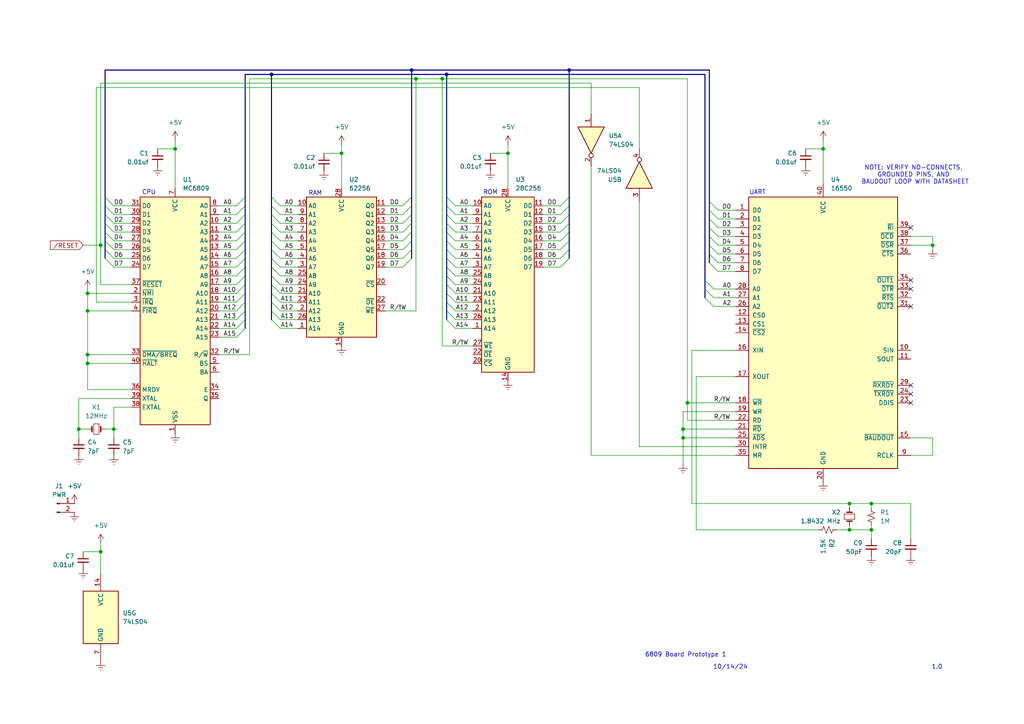
<source format=kicad_sch>
(kicad_sch (version 20231120) (generator "eeschema") (generator_version "8.0")
  (paper "A4")
  (lib_symbols
    (symbol "74xx:74LS04"
      (property "Reference" "U" (at 0 1.27 0))
      (property "Value" "74LS04" (at 0 -1.27 0))
      (symbol "74LS04_1_0"
        (polyline (pts (xy -3.81 3.81) (xy -3.81 -3.81) (xy 3.81 0) (xy -3.81 3.81)) (stroke (width 0.254)) (fill (type background)))
        (pin input line (at -7.62 0 0) (length 3.81) (name "~") (number "1"))
        (pin output inverted (at 7.62 0 180) (length 3.81) (name "~") (number "2"))
      )
      (symbol "74LS04_2_0"
        (polyline (pts (xy -3.81 3.81) (xy -3.81 -3.81) (xy 3.81 0) (xy -3.81 3.81)) (stroke (width 0.254)) (fill (type background)))
        (pin input line (at -7.62 0 0) (length 3.81) (name "~") (number "3"))
        (pin output inverted (at 7.62 0 180) (length 3.81) (name "~") (number "4"))
      )
      (symbol "74LS04_3_0"
        (polyline (pts (xy -3.81 3.81) (xy -3.81 -3.81) (xy 3.81 0) (xy -3.81 3.81)) (stroke (width 0.254)) (fill (type background)))
        (pin input line (at -7.62 0 0) (length 3.81) (name "~") (number "5"))
        (pin output inverted (at 7.62 0 180) (length 3.81) (name "~") (number "6"))
      )
      (symbol "74LS04_4_0"
        (polyline (pts (xy -3.81 3.81) (xy -3.81 -3.81) (xy 3.81 0) (xy -3.81 3.81)) (stroke (width 0.254)) (fill (type background)))
        (pin output inverted (at 7.62 0 180) (length 3.81) (name "~") (number "8"))
        (pin input line (at -7.62 0 0) (length 3.81) (name "~") (number "9"))
      )
      (symbol "74LS04_5_0"
        (polyline (pts (xy -3.81 3.81) (xy -3.81 -3.81) (xy 3.81 0) (xy -3.81 3.81)) (stroke (width 0.254)) (fill (type background)))
        (pin output inverted (at 7.62 0 180) (length 3.81) (name "~") (number "10"))
        (pin input line (at -7.62 0 0) (length 3.81) (name "~") (number "11"))
      )
      (symbol "74LS04_6_0"
        (polyline (pts (xy -3.81 3.81) (xy -3.81 -3.81) (xy 3.81 0) (xy -3.81 3.81)) (stroke (width 0.254)) (fill (type background)))
        (pin output inverted (at 7.62 0 180) (length 3.81) (name "~") (number "12"))
        (pin input line (at -7.62 0 0) (length 3.81) (name "~") (number "13"))
      )
      (symbol "74LS04_7_0"
        (pin power_in line (at 0 12.7 270) (length 5.08) (name "VCC") (number "14"))
        (pin power_in line (at 0 -12.7 90) (length 5.08) (name "GND") (number "7"))
      )
      (symbol "74LS04_7_1"
        (rectangle (start -5.08 7.62) (end 5.08 -7.62) (stroke (width 0.254)) (fill (type background)))
      )
    )
    (symbol "CPU_NXP_6800:MC6809"
      (property "Reference" "U" (at -7.62 34.29 0))
      (property "Value" "MC6809" (at 10.16 34.29 0))
      (symbol "MC6809_0_1"
        (rectangle (start -10.16 -33.02) (end 10.16 33.02) (stroke (width 0.254)) (fill (type background)))
      )
      (symbol "MC6809_1_1"
        (pin power_in line (at 0 -35.56 90) (length 2.54) (name "VSS") (number "1"))
        (pin output line (at 12.7 25.4 180) (length 2.54) (name "A2") (number "10"))
        (pin output line (at 12.7 22.86 180) (length 2.54) (name "A3") (number "11"))
        (pin output line (at 12.7 20.32 180) (length 2.54) (name "A4") (number "12"))
        (pin output line (at 12.7 17.78 180) (length 2.54) (name "A5") (number "13"))
        (pin output line (at 12.7 15.24 180) (length 2.54) (name "A6") (number "14"))
        (pin output line (at 12.7 12.7 180) (length 2.54) (name "A7") (number "15"))
        (pin output line (at 12.7 10.16 180) (length 2.54) (name "A8") (number "16"))
        (pin output line (at 12.7 7.62 180) (length 2.54) (name "A9") (number "17"))
        (pin output line (at 12.7 5.08 180) (length 2.54) (name "A10") (number "18"))
        (pin output line (at 12.7 2.54 180) (length 2.54) (name "A11") (number "19"))
        (pin input line (at -12.7 5.08 0) (length 2.54) (name "~{NMI}") (number "2"))
        (pin output line (at 12.7 0 180) (length 2.54) (name "A12") (number "20"))
        (pin output line (at 12.7 -2.54 180) (length 2.54) (name "A13") (number "21"))
        (pin output line (at 12.7 -5.08 180) (length 2.54) (name "A14") (number "22"))
        (pin output line (at 12.7 -7.62 180) (length 2.54) (name "A15") (number "23"))
        (pin bidirectional line (at -12.7 12.7 0) (length 2.54) (name "D7") (number "24"))
        (pin bidirectional line (at -12.7 15.24 0) (length 2.54) (name "D6") (number "25"))
        (pin bidirectional line (at -12.7 17.78 0) (length 2.54) (name "D5") (number "26"))
        (pin bidirectional line (at -12.7 20.32 0) (length 2.54) (name "D4") (number "27"))
        (pin bidirectional line (at -12.7 22.86 0) (length 2.54) (name "D3") (number "28"))
        (pin bidirectional line (at -12.7 25.4 0) (length 2.54) (name "D2") (number "29"))
        (pin input line (at -12.7 2.54 0) (length 2.54) (name "~{IRQ}") (number "3"))
        (pin bidirectional line (at -12.7 27.94 0) (length 2.54) (name "D1") (number "30"))
        (pin bidirectional line (at -12.7 30.48 0) (length 2.54) (name "D0") (number "31"))
        (pin output line (at 12.7 -12.7 180) (length 2.54) (name "R/~{W}") (number "32"))
        (pin input line (at -12.7 -12.7 0) (length 2.54) (name "~{DMA/BREQ}") (number "33"))
        (pin output line (at 12.7 -22.86 180) (length 2.54) (name "E") (number "34"))
        (pin output line (at 12.7 -25.4 180) (length 2.54) (name "Q") (number "35"))
        (pin input line (at -12.7 -22.86 0) (length 2.54) (name "MRDY") (number "36"))
        (pin input line (at -12.7 7.62 0) (length 2.54) (name "~{RESET}") (number "37"))
        (pin input line (at -12.7 -27.94 0) (length 2.54) (name "EXTAL") (number "38"))
        (pin input line (at -12.7 -25.4 0) (length 2.54) (name "XTAL") (number "39"))
        (pin input line (at -12.7 0 0) (length 2.54) (name "~{FIRQ}") (number "4"))
        (pin input line (at -12.7 -15.24 0) (length 2.54) (name "~{HALT}") (number "40"))
        (pin output line (at 12.7 -15.24 180) (length 2.54) (name "BS") (number "5"))
        (pin output line (at 12.7 -17.78 180) (length 2.54) (name "BA") (number "6"))
        (pin power_in line (at 0 35.56 270) (length 2.54) (name "VCC") (number "7"))
        (pin output line (at 12.7 30.48 180) (length 2.54) (name "A0") (number "8"))
        (pin output line (at 12.7 27.94 180) (length 2.54) (name "A1") (number "9"))
      )
    )
    (symbol "Connector:Conn_01x02_Pin" (pin_names (offset 1.016) hide)
      (property "Reference" "J" (at 0 2.54 0))
      (property "Value" "Conn_01x02_Pin" (at 0 -5.08 0))
      (symbol "Conn_01x02_Pin_1_1"
        (polyline (pts (xy 1.27 -2.54) (xy 0.8636 -2.54)) (stroke (width 0.1524)))
        (polyline (pts (xy 1.27 0) (xy 0.8636 0)) (stroke (width 0.1524)))
        (rectangle (start 0.8636 -2.413) (end 0 -2.667) (stroke (width 0.1524)) (fill (type outline)))
        (rectangle (start 0.8636 0.127) (end 0 -0.127) (stroke (width 0.1524)) (fill (type outline)))
        (pin passive line (at 5.08 0 180) (length 3.81) (name "Pin_1") (number "1"))
        (pin passive line (at 5.08 -2.54 180) (length 3.81) (name "Pin_2") (number "2"))
      )
    )
    (symbol "Device:C_Small" (pin_numbers hide) (pin_names (offset 0.254) hide)
      (property "Reference" "C" (at 0.254 1.778 0))
      (property "Value" "C_Small" (at 0.254 -2.032 0))
      (symbol "C_Small_0_1"
        (polyline (pts (xy -1.524 -0.508) (xy 1.524 -0.508)) (stroke (width 0.3302)))
        (polyline (pts (xy -1.524 0.508) (xy 1.524 0.508)) (stroke (width 0.3048)))
      )
      (symbol "C_Small_1_1"
        (pin passive line (at 0 2.54 270) (length 2.032) (name "~") (number "1"))
        (pin passive line (at 0 -2.54 90) (length 2.032) (name "~") (number "2"))
      )
    )
    (symbol "Device:Crystal_Small" (pin_numbers hide) (pin_names (offset 1.016) hide)
      (property "Reference" "Y" (at 0 2.54 0))
      (property "Value" "Crystal_Small" (at 0 -2.54 0))
      (symbol "Crystal_Small_0_1"
        (rectangle (start -0.762 -1.524) (end 0.762 1.524))
        (polyline (pts (xy -1.27 -0.762) (xy -1.27 0.762)) (stroke (width 0.381)))
        (polyline (pts (xy 1.27 -0.762) (xy 1.27 0.762)) (stroke (width 0.381)))
      )
      (symbol "Crystal_Small_1_1"
        (pin passive line (at -2.54 0 0) (length 1.27) (name "1") (number "1"))
        (pin passive line (at 2.54 0 180) (length 1.27) (name "2") (number "2"))
      )
    )
    (symbol "Device:R_Small_US" (pin_numbers hide) (pin_names (offset 0.254) hide)
      (property "Reference" "R" (at 0.762 0.508 0))
      (property "Value" "R_Small_US" (at 0.762 -1.016 0))
      (symbol "R_Small_US_1_1"
        (polyline (pts (xy 0 0) (xy 1.016 -0.381) (xy 0 -0.762) (xy -1.016 -1.143) (xy 0 -1.524)))
        (polyline (pts (xy 0 1.524) (xy 1.016 1.143) (xy 0 0.762) (xy -1.016 0.381) (xy 0 0)))
        (pin passive line (at 0 2.54 270) (length 1.016) (name "~") (number "1"))
        (pin passive line (at 0 -2.54 90) (length 1.016) (name "~") (number "2"))
      )
    )
    (symbol "Interface_UART:16550" (pin_names (offset 1.016))
      (property "Reference" "U" (at -21.59 40.64 0))
      (property "Value" "16550" (at 15.24 40.64 0))
      (symbol "16550_0_1"
        (rectangle (start -21.59 -39.37) (end 21.59 39.37) (stroke (width 0.254)) (fill (type background)))
      )
      (symbol "16550_1_1"
        (pin bidirectional line (at -25.4 35.56 0) (length 3.81) (name "D0") (number "1"))
        (pin input line (at 25.4 -5.08 180) (length 3.81) (name "SIN") (number "10"))
        (pin output line (at 25.4 -7.62 180) (length 3.81) (name "SOUT") (number "11"))
        (pin input line (at -25.4 5.08 0) (length 3.81) (name "CS0") (number "12"))
        (pin input line (at -25.4 2.54 0) (length 3.81) (name "CS1") (number "13"))
        (pin input line (at -25.4 0 0) (length 3.81) (name "~{CS2}") (number "14"))
        (pin output line (at 25.4 -30.48 180) (length 3.81) (name "~{BAUDOUT}") (number "15"))
        (pin input line (at -25.4 -5.08 0) (length 3.81) (name "XIN") (number "16"))
        (pin output line (at -25.4 -12.7 0) (length 3.81) (name "XOUT") (number "17"))
        (pin input line (at -25.4 -20.32 0) (length 3.81) (name "~{WR}") (number "18"))
        (pin input line (at -25.4 -22.86 0) (length 3.81) (name "WR") (number "19"))
        (pin bidirectional line (at -25.4 33.02 0) (length 3.81) (name "D1") (number "2"))
        (pin power_in line (at 0 -43.18 90) (length 3.81) (name "GND") (number "20"))
        (pin input line (at -25.4 -27.94 0) (length 3.81) (name "~{RD}") (number "21"))
        (pin input line (at -25.4 -25.4 0) (length 3.81) (name "RD") (number "22"))
        (pin output line (at 25.4 -20.32 180) (length 3.81) (name "DDIS") (number "23"))
        (pin output line (at 25.4 -17.78 180) (length 3.81) (name "~{TXRDY}") (number "24"))
        (pin input line (at -25.4 -30.48 0) (length 3.81) (name "~{ADS}") (number "25"))
        (pin input line (at -25.4 7.62 0) (length 3.81) (name "A2") (number "26"))
        (pin input line (at -25.4 10.16 0) (length 3.81) (name "A1") (number "27"))
        (pin input line (at -25.4 12.7 0) (length 3.81) (name "A0") (number "28"))
        (pin output line (at 25.4 -15.24 180) (length 3.81) (name "~{RXRDY}") (number "29"))
        (pin bidirectional line (at -25.4 30.48 0) (length 3.81) (name "D2") (number "3"))
        (pin output line (at -25.4 -33.02 0) (length 3.81) (name "INTR") (number "30"))
        (pin output line (at 25.4 7.62 180) (length 3.81) (name "~{OUT2}") (number "31"))
        (pin output line (at 25.4 10.16 180) (length 3.81) (name "~{RTS}") (number "32"))
        (pin output line (at 25.4 12.7 180) (length 3.81) (name "~{DTR}") (number "33"))
        (pin output line (at 25.4 15.24 180) (length 3.81) (name "~{OUT1}") (number "34"))
        (pin input line (at -25.4 -35.56 0) (length 3.81) (name "MR") (number "35"))
        (pin input line (at 25.4 22.86 180) (length 3.81) (name "~{CTS}") (number "36"))
        (pin input line (at 25.4 25.4 180) (length 3.81) (name "~{DSR}") (number "37"))
        (pin input line (at 25.4 27.94 180) (length 3.81) (name "~{DCD}") (number "38"))
        (pin input line (at 25.4 30.48 180) (length 3.81) (name "~{RI}") (number "39"))
        (pin bidirectional line (at -25.4 27.94 0) (length 3.81) (name "D3") (number "4"))
        (pin power_in line (at 0 43.18 270) (length 3.81) (name "VCC") (number "40"))
        (pin bidirectional line (at -25.4 25.4 0) (length 3.81) (name "D4") (number "5"))
        (pin bidirectional line (at -25.4 22.86 0) (length 3.81) (name "D5") (number "6"))
        (pin bidirectional line (at -25.4 20.32 0) (length 3.81) (name "D6") (number "7"))
        (pin bidirectional line (at -25.4 17.78 0) (length 3.81) (name "D7") (number "8"))
        (pin input line (at 25.4 -35.56 180) (length 3.81) (name "RCLK") (number "9"))
      )
    )
    (symbol "Memory_EEPROM:28C256"
      (property "Reference" "U" (at -7.62 26.67 0))
      (property "Value" "28C256" (at 2.54 -26.67 0))
      (symbol "28C256_1_1"
        (rectangle (start -7.62 25.4) (end 7.62 -25.4) (stroke (width 0.254)) (fill (type background)))
        (pin input line (at -10.16 -12.7 0) (length 2.54) (name "A14") (number "1"))
        (pin input line (at -10.16 22.86 0) (length 2.54) (name "A0") (number "10"))
        (pin tri_state line (at 10.16 22.86 180) (length 2.54) (name "D0") (number "11"))
        (pin tri_state line (at 10.16 20.32 180) (length 2.54) (name "D1") (number "12"))
        (pin tri_state line (at 10.16 17.78 180) (length 2.54) (name "D2") (number "13"))
        (pin power_in line (at 0 -27.94 90) (length 2.54) (name "GND") (number "14"))
        (pin tri_state line (at 10.16 15.24 180) (length 2.54) (name "D3") (number "15"))
        (pin tri_state line (at 10.16 12.7 180) (length 2.54) (name "D4") (number "16"))
        (pin tri_state line (at 10.16 10.16 180) (length 2.54) (name "D5") (number "17"))
        (pin tri_state line (at 10.16 7.62 180) (length 2.54) (name "D6") (number "18"))
        (pin tri_state line (at 10.16 5.08 180) (length 2.54) (name "D7") (number "19"))
        (pin input line (at -10.16 -7.62 0) (length 2.54) (name "A12") (number "2"))
        (pin input line (at -10.16 -22.86 0) (length 2.54) (name "~{CS}") (number "20"))
        (pin input line (at -10.16 -2.54 0) (length 2.54) (name "A10") (number "21"))
        (pin input line (at -10.16 -20.32 0) (length 2.54) (name "~{OE}") (number "22"))
        (pin input line (at -10.16 -5.08 0) (length 2.54) (name "A11") (number "23"))
        (pin input line (at -10.16 0 0) (length 2.54) (name "A9") (number "24"))
        (pin input line (at -10.16 2.54 0) (length 2.54) (name "A8") (number "25"))
        (pin input line (at -10.16 -10.16 0) (length 2.54) (name "A13") (number "26"))
        (pin input line (at -10.16 -17.78 0) (length 2.54) (name "~{WE}") (number "27"))
        (pin power_in line (at 0 27.94 270) (length 2.54) (name "VCC") (number "28"))
        (pin input line (at -10.16 5.08 0) (length 2.54) (name "A7") (number "3"))
        (pin input line (at -10.16 7.62 0) (length 2.54) (name "A6") (number "4"))
        (pin input line (at -10.16 10.16 0) (length 2.54) (name "A5") (number "5"))
        (pin input line (at -10.16 12.7 0) (length 2.54) (name "A4") (number "6"))
        (pin input line (at -10.16 15.24 0) (length 2.54) (name "A3") (number "7"))
        (pin input line (at -10.16 17.78 0) (length 2.54) (name "A2") (number "8"))
        (pin input line (at -10.16 20.32 0) (length 2.54) (name "A1") (number "9"))
      )
    )
    (symbol "Memory_RAM:KM62256CLP"
      (property "Reference" "U" (at -10.16 20.955 0))
      (property "Value" "KM62256CLP" (at 2.54 20.955 0))
      (symbol "KM62256CLP_0_0"
        (pin power_in line (at 0 -22.86 90) (length 2.54) (name "GND") (number "14"))
        (pin power_in line (at 0 22.86 270) (length 2.54) (name "VCC") (number "28"))
      )
      (symbol "KM62256CLP_0_1"
        (rectangle (start -10.16 20.32) (end 10.16 -20.32) (stroke (width 0.254)) (fill (type background)))
      )
      (symbol "KM62256CLP_1_1"
        (pin input line (at -12.7 -17.78 0) (length 2.54) (name "A14") (number "1"))
        (pin input line (at -12.7 17.78 0) (length 2.54) (name "A0") (number "10"))
        (pin tri_state line (at 12.7 17.78 180) (length 2.54) (name "Q0") (number "11"))
        (pin tri_state line (at 12.7 15.24 180) (length 2.54) (name "Q1") (number "12"))
        (pin tri_state line (at 12.7 12.7 180) (length 2.54) (name "Q2") (number "13"))
        (pin tri_state line (at 12.7 10.16 180) (length 2.54) (name "Q3") (number "15"))
        (pin tri_state line (at 12.7 7.62 180) (length 2.54) (name "Q4") (number "16"))
        (pin tri_state line (at 12.7 5.08 180) (length 2.54) (name "Q5") (number "17"))
        (pin tri_state line (at 12.7 2.54 180) (length 2.54) (name "Q6") (number "18"))
        (pin tri_state line (at 12.7 0 180) (length 2.54) (name "Q7") (number "19"))
        (pin input line (at -12.7 -12.7 0) (length 2.54) (name "A12") (number "2"))
        (pin input line (at 12.7 -5.08 180) (length 2.54) (name "~{CS}") (number "20"))
        (pin input line (at -12.7 -7.62 0) (length 2.54) (name "A10") (number "21"))
        (pin input line (at 12.7 -10.16 180) (length 2.54) (name "~{OE}") (number "22"))
        (pin input line (at -12.7 -10.16 0) (length 2.54) (name "A11") (number "23"))
        (pin input line (at -12.7 -5.08 0) (length 2.54) (name "A9") (number "24"))
        (pin input line (at -12.7 -2.54 0) (length 2.54) (name "A8") (number "25"))
        (pin input line (at -12.7 -15.24 0) (length 2.54) (name "A13") (number "26"))
        (pin input line (at 12.7 -12.7 180) (length 2.54) (name "~{WE}") (number "27"))
        (pin input line (at -12.7 0 0) (length 2.54) (name "A7") (number "3"))
        (pin input line (at -12.7 2.54 0) (length 2.54) (name "A6") (number "4"))
        (pin input line (at -12.7 5.08 0) (length 2.54) (name "A5") (number "5"))
        (pin input line (at -12.7 7.62 0) (length 2.54) (name "A4") (number "6"))
        (pin input line (at -12.7 10.16 0) (length 2.54) (name "A3") (number "7"))
        (pin input line (at -12.7 12.7 0) (length 2.54) (name "A2") (number "8"))
        (pin input line (at -12.7 15.24 0) (length 2.54) (name "A1") (number "9"))
      )
    )
    (symbol "power:+5V" (power) (pin_numbers hide) (pin_names (offset 0) hide)
      (property "Value" "+5V" (at 0 3.556 0))
      (symbol "+5V_0_1"
        (polyline (pts (xy -0.762 1.27) (xy 0 2.54)))
        (polyline (pts (xy 0 0) (xy 0 2.54)))
        (polyline (pts (xy 0 2.54) (xy 0.762 1.27)))
      )
      (symbol "+5V_1_1"
        (pin power_in line (at 0 0 90) (length 0) (name "~") (number "1"))
      )
    )
    (symbol "power:GNDREF" (power) (pin_numbers hide) (pin_names (offset 0) hide)
      (property "Value" "GNDREF" (at 0 -3.81 0))
      (symbol "GNDREF_0_1"
        (polyline (pts (xy -0.635 -1.905) (xy 0.635 -1.905)))
        (polyline (pts (xy -0.127 -2.54) (xy 0.127 -2.54)))
        (polyline (pts (xy 0 -1.27) (xy 0 0)))
        (polyline (pts (xy 1.27 -1.27) (xy -1.27 -1.27)))
      )
      (symbol "GNDREF_1_1"
        (pin power_in line (at 0 0 270) (length 0) (name "~") (number "1"))
      )
    )
  )
  (junction (at 147.32 44.45))
  (junction (at 78.74 21.59))
  (junction (at 99.06 44.45))
  (junction (at 25.4 105.41))
  (junction (at 25.4 90.17))
  (junction (at 252.73 146.05))
  (junction (at 25.4 102.87))
  (junction (at 238.76 43.18))
  (junction (at 120.65 22.86))
  (junction (at 33.02 124.46))
  (junction (at 199.39 116.84))
  (junction (at 246.38 153.67))
  (junction (at 128.27 22.86))
  (junction (at 129.54 21.59))
  (junction (at 22.86 124.46))
  (junction (at 165.1 20.32))
  (junction (at 198.12 127))
  (junction (at 29.21 71.12))
  (junction (at 50.8 43.18))
  (junction (at 119.38 20.32))
  (junction (at 246.38 146.05))
  (junction (at 270.51 71.12))
  (junction (at 29.21 160.02))
  (junction (at 252.73 153.67))
  (junction (at 25.4 85.09))
  (junction (at 198.12 124.46))
  (no_connect (at 264.16 88.9))
  (no_connect (at 264.16 83.82))
  (no_connect (at 264.16 111.76))
  (no_connect (at 264.16 66.04))
  (no_connect (at 264.16 81.28))
  (no_connect (at 264.16 116.84))
  (no_connect (at 264.16 114.3))
  (bus_entry (at 71.12 87.63) (size -2.54 2.54))
  (bus_entry (at 204.47 81.28) (size 2.54 2.54))
  (bus_entry (at 205.74 60.96) (size 2.54 2.54))
  (bus_entry (at 165.1 69.85) (size -2.54 2.54))
  (bus_entry (at 205.74 68.58) (size 2.54 2.54))
  (bus_entry (at 71.12 74.93) (size -2.54 2.54))
  (bus_entry (at 78.74 57.15) (size 2.54 2.54))
  (bus_entry (at 71.12 77.47) (size -2.54 2.54))
  (bus_entry (at 129.54 57.15) (size 2.54 2.54))
  (bus_entry (at 71.12 72.39) (size -2.54 2.54))
  (bus_entry (at 205.74 73.66) (size 2.54 2.54))
  (bus_entry (at 30.48 59.69) (size 2.54 2.54))
  (bus_entry (at 78.74 62.23) (size 2.54 2.54))
  (bus_entry (at 71.12 82.55) (size -2.54 2.54))
  (bus_entry (at 129.54 74.93) (size 2.54 2.54))
  (bus_entry (at 205.74 66.04) (size 2.54 2.54))
  (bus_entry (at 119.38 69.85) (size -2.54 2.54))
  (bus_entry (at 30.48 74.93) (size 2.54 2.54))
  (bus_entry (at 165.1 59.69) (size -2.54 2.54))
  (bus_entry (at 71.12 67.31) (size -2.54 2.54))
  (bus_entry (at 30.48 69.85) (size 2.54 2.54))
  (bus_entry (at 71.12 92.71) (size -2.54 2.54))
  (bus_entry (at 119.38 62.23) (size -2.54 2.54))
  (bus_entry (at 78.74 77.47) (size 2.54 2.54))
  (bus_entry (at 129.54 80.01) (size 2.54 2.54))
  (bus_entry (at 129.54 59.69) (size 2.54 2.54))
  (bus_entry (at 78.74 80.01) (size 2.54 2.54))
  (bus_entry (at 205.74 71.12) (size 2.54 2.54))
  (bus_entry (at 205.74 76.2) (size 2.54 2.54))
  (bus_entry (at 78.74 59.69) (size 2.54 2.54))
  (bus_entry (at 204.47 86.36) (size 2.54 2.54))
  (bus_entry (at 78.74 72.39) (size 2.54 2.54))
  (bus_entry (at 30.48 67.31) (size 2.54 2.54))
  (bus_entry (at 165.1 62.23) (size -2.54 2.54))
  (bus_entry (at 129.54 92.71) (size 2.54 2.54))
  (bus_entry (at 129.54 87.63) (size 2.54 2.54))
  (bus_entry (at 71.12 59.69) (size -2.54 2.54))
  (bus_entry (at 78.74 90.17) (size 2.54 2.54))
  (bus_entry (at 205.74 63.5) (size 2.54 2.54))
  (bus_entry (at 119.38 72.39) (size -2.54 2.54))
  (bus_entry (at 165.1 57.15) (size -2.54 2.54))
  (bus_entry (at 165.1 74.93) (size -2.54 2.54))
  (bus_entry (at 78.74 64.77) (size 2.54 2.54))
  (bus_entry (at 165.1 64.77) (size -2.54 2.54))
  (bus_entry (at 129.54 67.31) (size 2.54 2.54))
  (bus_entry (at 119.38 57.15) (size -2.54 2.54))
  (bus_entry (at 205.74 58.42) (size 2.54 2.54))
  (bus_entry (at 78.74 87.63) (size 2.54 2.54))
  (bus_entry (at 71.12 90.17) (size -2.54 2.54))
  (bus_entry (at 129.54 82.55) (size 2.54 2.54))
  (bus_entry (at 129.54 64.77) (size 2.54 2.54))
  (bus_entry (at 129.54 62.23) (size 2.54 2.54))
  (bus_entry (at 119.38 74.93) (size -2.54 2.54))
  (bus_entry (at 78.74 67.31) (size 2.54 2.54))
  (bus_entry (at 71.12 69.85) (size -2.54 2.54))
  (bus_entry (at 71.12 80.01) (size -2.54 2.54))
  (bus_entry (at 71.12 64.77) (size -2.54 2.54))
  (bus_entry (at 129.54 69.85) (size 2.54 2.54))
  (bus_entry (at 129.54 90.17) (size 2.54 2.54))
  (bus_entry (at 71.12 62.23) (size -2.54 2.54))
  (bus_entry (at 129.54 77.47) (size 2.54 2.54))
  (bus_entry (at 30.48 62.23) (size 2.54 2.54))
  (bus_entry (at 71.12 57.15) (size -2.54 2.54))
  (bus_entry (at 30.48 64.77) (size 2.54 2.54))
  (bus_entry (at 165.1 67.31) (size -2.54 2.54))
  (bus_entry (at 204.47 83.82) (size 2.54 2.54))
  (bus_entry (at 30.48 72.39) (size 2.54 2.54))
  (bus_entry (at 119.38 64.77) (size -2.54 2.54))
  (bus_entry (at 119.38 67.31) (size -2.54 2.54))
  (bus_entry (at 78.74 85.09) (size 2.54 2.54))
  (bus_entry (at 129.54 72.39) (size 2.54 2.54))
  (bus_entry (at 129.54 85.09) (size 2.54 2.54))
  (bus_entry (at 78.74 69.85) (size 2.54 2.54))
  (bus_entry (at 30.48 57.15) (size 2.54 2.54))
  (bus_entry (at 78.74 82.55) (size 2.54 2.54))
  (bus_entry (at 165.1 72.39) (size -2.54 2.54))
  (bus_entry (at 78.74 74.93) (size 2.54 2.54))
  (bus_entry (at 119.38 59.69) (size -2.54 2.54))
  (bus_entry (at 71.12 85.09) (size -2.54 2.54))
  (bus_entry (at 71.12 95.25) (size -2.54 2.54))
  (bus_entry (at 78.74 92.71) (size 2.54 2.54))
  (bus (pts (xy 71.12 82.55) (xy 71.12 85.09)))
  (wire (pts (xy 33.02 77.47) (xy 38.1 77.47)))
  (bus (pts (xy 78.74 74.93) (xy 78.74 77.47)))
  (bus (pts (xy 119.38 20.32) (xy 165.1 20.32)))
  (wire (pts (xy 198.12 127) (xy 198.12 134.62)))
  (wire (pts (xy 25.4 90.17) (xy 38.1 90.17)))
  (wire (pts (xy 185.42 58.42) (xy 185.42 129.54)))
  (wire (pts (xy 132.08 67.31) (xy 137.16 67.31)))
  (wire (pts (xy 63.5 102.87) (xy 72.39 102.87)))
  (wire (pts (xy 81.28 85.09) (xy 86.36 85.09)))
  (wire (pts (xy 33.02 64.77) (xy 38.1 64.77)))
  (wire (pts (xy 68.58 74.93) (xy 63.5 74.93)))
  (bus (pts (xy 205.74 71.12) (xy 205.74 73.66)))
  (bus (pts (xy 204.47 81.28) (xy 204.47 83.82)))
  (bus (pts (xy 165.1 69.85) (xy 165.1 72.39)))
  (wire (pts (xy 252.73 152.4) (xy 252.73 153.67)))
  (wire (pts (xy 198.12 124.46) (xy 198.12 127)))
  (bus (pts (xy 71.12 59.69) (xy 71.12 62.23)))
  (wire (pts (xy 238.76 43.18) (xy 238.76 40.64)))
  (wire (pts (xy 30.48 124.46) (xy 33.02 124.46)))
  (wire (pts (xy 208.28 78.74) (xy 213.36 78.74)))
  (wire (pts (xy 132.08 80.01) (xy 137.16 80.01)))
  (wire (pts (xy 198.12 119.38) (xy 213.36 119.38)))
  (wire (pts (xy 185.42 129.54) (xy 213.36 129.54)))
  (wire (pts (xy 99.06 44.45) (xy 99.06 54.61)))
  (wire (pts (xy 246.38 146.05) (xy 246.38 147.32)))
  (wire (pts (xy 116.84 69.85) (xy 111.76 69.85)))
  (wire (pts (xy 25.4 83.82) (xy 25.4 85.09)))
  (wire (pts (xy 81.28 95.25) (xy 86.36 95.25)))
  (wire (pts (xy 132.08 64.77) (xy 137.16 64.77)))
  (wire (pts (xy 68.58 82.55) (xy 63.5 82.55)))
  (bus (pts (xy 78.74 82.55) (xy 78.74 85.09)))
  (wire (pts (xy 24.13 160.02) (xy 29.21 160.02)))
  (wire (pts (xy 252.73 146.05) (xy 252.73 147.32)))
  (wire (pts (xy 33.02 124.46) (xy 33.02 127)))
  (wire (pts (xy 50.8 43.18) (xy 50.8 40.64)))
  (bus (pts (xy 71.12 90.17) (xy 71.12 92.71)))
  (bus (pts (xy 78.74 21.59) (xy 78.74 57.15)))
  (wire (pts (xy 162.56 72.39) (xy 157.48 72.39)))
  (wire (pts (xy 201.93 153.67) (xy 237.49 153.67)))
  (wire (pts (xy 29.21 82.55) (xy 38.1 82.55)))
  (wire (pts (xy 33.02 124.46) (xy 33.02 118.11)))
  (wire (pts (xy 111.76 90.17) (xy 120.65 90.17)))
  (wire (pts (xy 132.08 77.47) (xy 137.16 77.47)))
  (bus (pts (xy 71.12 67.31) (xy 71.12 69.85)))
  (wire (pts (xy 116.84 64.77) (xy 111.76 64.77)))
  (wire (pts (xy 29.21 24.13) (xy 29.21 71.12)))
  (wire (pts (xy 68.58 97.79) (xy 63.5 97.79)))
  (wire (pts (xy 233.68 43.18) (xy 238.76 43.18)))
  (wire (pts (xy 208.28 73.66) (xy 213.36 73.66)))
  (bus (pts (xy 129.54 72.39) (xy 129.54 74.93)))
  (wire (pts (xy 33.02 59.69) (xy 38.1 59.69)))
  (wire (pts (xy 99.06 44.45) (xy 99.06 41.91)))
  (bus (pts (xy 205.74 58.42) (xy 205.74 60.96)))
  (wire (pts (xy 22.86 115.57) (xy 22.86 124.46)))
  (bus (pts (xy 165.1 62.23) (xy 165.1 64.77)))
  (wire (pts (xy 171.45 48.26) (xy 171.45 132.08)))
  (wire (pts (xy 81.28 90.17) (xy 86.36 90.17)))
  (bus (pts (xy 165.1 67.31) (xy 165.1 69.85)))
  (bus (pts (xy 119.38 69.85) (xy 119.38 72.39)))
  (bus (pts (xy 78.74 57.15) (xy 78.74 59.69)))
  (wire (pts (xy 132.08 82.55) (xy 137.16 82.55)))
  (wire (pts (xy 81.28 62.23) (xy 86.36 62.23)))
  (wire (pts (xy 208.28 71.12) (xy 213.36 71.12)))
  (wire (pts (xy 198.12 119.38) (xy 198.12 124.46)))
  (wire (pts (xy 38.1 115.57) (xy 22.86 115.57)))
  (wire (pts (xy 208.28 68.58) (xy 213.36 68.58)))
  (bus (pts (xy 129.54 85.09) (xy 129.54 87.63)))
  (wire (pts (xy 199.39 22.86) (xy 199.39 116.84)))
  (wire (pts (xy 213.36 116.84) (xy 199.39 116.84)))
  (bus (pts (xy 71.12 87.63) (xy 71.12 90.17)))
  (wire (pts (xy 38.1 113.03) (xy 25.4 113.03)))
  (wire (pts (xy 33.02 74.93) (xy 38.1 74.93)))
  (wire (pts (xy 25.4 105.41) (xy 38.1 105.41)))
  (wire (pts (xy 185.42 25.4) (xy 185.42 43.18)))
  (wire (pts (xy 72.39 22.86) (xy 72.39 102.87)))
  (bus (pts (xy 205.74 20.32) (xy 165.1 20.32)))
  (wire (pts (xy 162.56 74.93) (xy 157.48 74.93)))
  (bus (pts (xy 129.54 64.77) (xy 129.54 67.31)))
  (wire (pts (xy 208.28 63.5) (xy 213.36 63.5)))
  (wire (pts (xy 270.51 72.39) (xy 270.51 71.12)))
  (wire (pts (xy 50.8 54.61) (xy 50.8 43.18)))
  (bus (pts (xy 71.12 72.39) (xy 71.12 74.93)))
  (bus (pts (xy 30.48 69.85) (xy 30.48 72.39)))
  (wire (pts (xy 72.39 22.86) (xy 120.65 22.86)))
  (wire (pts (xy 171.45 132.08) (xy 213.36 132.08)))
  (bus (pts (xy 205.74 73.66) (xy 205.74 76.2)))
  (wire (pts (xy 68.58 92.71) (xy 63.5 92.71)))
  (wire (pts (xy 81.28 64.77) (xy 86.36 64.77)))
  (bus (pts (xy 165.1 57.15) (xy 165.1 59.69)))
  (bus (pts (xy 78.74 72.39) (xy 78.74 74.93)))
  (bus (pts (xy 71.12 74.93) (xy 71.12 77.47)))
  (wire (pts (xy 270.51 68.58) (xy 270.51 71.12)))
  (wire (pts (xy 68.58 85.09) (xy 63.5 85.09)))
  (wire (pts (xy 208.28 76.2) (xy 213.36 76.2)))
  (wire (pts (xy 24.13 71.12) (xy 29.21 71.12)))
  (bus (pts (xy 78.74 62.23) (xy 78.74 64.77)))
  (wire (pts (xy 29.21 160.02) (xy 29.21 157.48)))
  (wire (pts (xy 207.01 86.36) (xy 213.36 86.36)))
  (wire (pts (xy 200.66 146.05) (xy 246.38 146.05)))
  (bus (pts (xy 78.74 80.01) (xy 78.74 82.55)))
  (wire (pts (xy 199.39 116.84) (xy 199.39 121.92)))
  (wire (pts (xy 147.32 44.45) (xy 147.32 41.91)))
  (wire (pts (xy 81.28 69.85) (xy 86.36 69.85)))
  (wire (pts (xy 128.27 100.33) (xy 128.27 22.86)))
  (wire (pts (xy 132.08 62.23) (xy 137.16 62.23)))
  (bus (pts (xy 78.74 85.09) (xy 78.74 87.63)))
  (wire (pts (xy 162.56 62.23) (xy 157.48 62.23)))
  (wire (pts (xy 199.39 121.92) (xy 213.36 121.92)))
  (wire (pts (xy 207.01 88.9) (xy 213.36 88.9)))
  (bus (pts (xy 30.48 72.39) (xy 30.48 74.93)))
  (wire (pts (xy 68.58 77.47) (xy 63.5 77.47)))
  (bus (pts (xy 119.38 67.31) (xy 119.38 69.85)))
  (wire (pts (xy 208.28 66.04) (xy 213.36 66.04)))
  (wire (pts (xy 68.58 62.23) (xy 63.5 62.23)))
  (bus (pts (xy 78.74 69.85) (xy 78.74 72.39)))
  (wire (pts (xy 270.51 127) (xy 270.51 132.08)))
  (wire (pts (xy 132.08 59.69) (xy 137.16 59.69)))
  (bus (pts (xy 30.48 20.32) (xy 30.48 57.15)))
  (bus (pts (xy 129.54 69.85) (xy 129.54 72.39)))
  (wire (pts (xy 81.28 82.55) (xy 86.36 82.55)))
  (wire (pts (xy 81.28 80.01) (xy 86.36 80.01)))
  (bus (pts (xy 78.74 77.47) (xy 78.74 80.01)))
  (wire (pts (xy 128.27 22.86) (xy 120.65 22.86)))
  (wire (pts (xy 22.86 124.46) (xy 25.4 124.46)))
  (wire (pts (xy 246.38 152.4) (xy 246.38 153.67)))
  (bus (pts (xy 204.47 21.59) (xy 204.47 81.28)))
  (bus (pts (xy 205.74 63.5) (xy 205.74 66.04)))
  (wire (pts (xy 116.84 67.31) (xy 111.76 67.31)))
  (wire (pts (xy 162.56 64.77) (xy 157.48 64.77)))
  (wire (pts (xy 132.08 92.71) (xy 137.16 92.71)))
  (wire (pts (xy 116.84 72.39) (xy 111.76 72.39)))
  (wire (pts (xy 200.66 101.6) (xy 200.66 146.05)))
  (wire (pts (xy 147.32 44.45) (xy 147.32 54.61)))
  (wire (pts (xy 238.76 43.18) (xy 238.76 53.34)))
  (wire (pts (xy 132.08 72.39) (xy 137.16 72.39)))
  (bus (pts (xy 78.74 87.63) (xy 78.74 90.17)))
  (bus (pts (xy 119.38 62.23) (xy 119.38 64.77)))
  (wire (pts (xy 25.4 85.09) (xy 38.1 85.09)))
  (wire (pts (xy 29.21 24.13) (xy 171.45 24.13)))
  (bus (pts (xy 71.12 64.77) (xy 71.12 67.31)))
  (bus (pts (xy 205.74 60.96) (xy 205.74 63.5)))
  (bus (pts (xy 129.54 59.69) (xy 129.54 62.23)))
  (bus (pts (xy 119.38 64.77) (xy 119.38 67.31)))
  (bus (pts (xy 78.74 64.77) (xy 78.74 67.31)))
  (bus (pts (xy 119.38 57.15) (xy 119.38 59.69)))
  (wire (pts (xy 242.57 153.67) (xy 246.38 153.67)))
  (bus (pts (xy 78.74 67.31) (xy 78.74 69.85)))
  (wire (pts (xy 132.08 69.85) (xy 137.16 69.85)))
  (bus (pts (xy 165.1 64.77) (xy 165.1 67.31)))
  (wire (pts (xy 45.72 43.18) (xy 50.8 43.18)))
  (wire (pts (xy 162.56 67.31) (xy 157.48 67.31)))
  (wire (pts (xy 201.93 109.22) (xy 213.36 109.22)))
  (bus (pts (xy 205.74 20.32) (xy 205.74 58.42)))
  (bus (pts (xy 71.12 62.23) (xy 71.12 64.77)))
  (wire (pts (xy 132.08 87.63) (xy 137.16 87.63)))
  (bus (pts (xy 165.1 72.39) (xy 165.1 74.93)))
  (wire (pts (xy 81.28 59.69) (xy 86.36 59.69)))
  (bus (pts (xy 78.74 59.69) (xy 78.74 62.23)))
  (bus (pts (xy 204.47 83.82) (xy 204.47 86.36)))
  (bus (pts (xy 71.12 80.01) (xy 71.12 82.55)))
  (wire (pts (xy 33.02 62.23) (xy 38.1 62.23)))
  (wire (pts (xy 81.28 87.63) (xy 86.36 87.63)))
  (wire (pts (xy 81.28 67.31) (xy 86.36 67.31)))
  (bus (pts (xy 129.54 77.47) (xy 129.54 80.01)))
  (bus (pts (xy 165.1 59.69) (xy 165.1 62.23)))
  (bus (pts (xy 129.54 90.17) (xy 129.54 92.71)))
  (wire (pts (xy 207.01 83.82) (xy 213.36 83.82)))
  (wire (pts (xy 25.4 102.87) (xy 25.4 90.17)))
  (bus (pts (xy 119.38 20.32) (xy 119.38 57.15)))
  (wire (pts (xy 22.86 124.46) (xy 22.86 127)))
  (wire (pts (xy 116.84 62.23) (xy 111.76 62.23)))
  (bus (pts (xy 30.48 62.23) (xy 30.48 64.77)))
  (wire (pts (xy 198.12 127) (xy 213.36 127)))
  (wire (pts (xy 116.84 77.47) (xy 111.76 77.47)))
  (wire (pts (xy 25.4 105.41) (xy 25.4 102.87)))
  (bus (pts (xy 129.54 80.01) (xy 129.54 82.55)))
  (bus (pts (xy 129.54 67.31) (xy 129.54 69.85)))
  (wire (pts (xy 81.28 74.93) (xy 86.36 74.93)))
  (wire (pts (xy 81.28 92.71) (xy 86.36 92.71)))
  (bus (pts (xy 129.54 82.55) (xy 129.54 85.09)))
  (wire (pts (xy 68.58 72.39) (xy 63.5 72.39)))
  (wire (pts (xy 120.65 22.86) (xy 120.65 90.17)))
  (bus (pts (xy 119.38 72.39) (xy 119.38 74.93)))
  (wire (pts (xy 200.66 101.6) (xy 213.36 101.6)))
  (wire (pts (xy 25.4 85.09) (xy 25.4 90.17)))
  (wire (pts (xy 68.58 87.63) (xy 63.5 87.63)))
  (wire (pts (xy 171.45 24.13) (xy 171.45 33.02)))
  (wire (pts (xy 128.27 100.33) (xy 137.16 100.33)))
  (wire (pts (xy 213.36 60.96) (xy 208.28 60.96)))
  (wire (pts (xy 25.4 113.03) (xy 25.4 105.41)))
  (wire (pts (xy 111.76 59.69) (xy 116.84 59.69)))
  (wire (pts (xy 128.27 22.86) (xy 199.39 22.86)))
  (wire (pts (xy 81.28 72.39) (xy 86.36 72.39)))
  (wire (pts (xy 33.02 118.11) (xy 38.1 118.11)))
  (wire (pts (xy 252.73 156.21) (xy 252.73 153.67)))
  (bus (pts (xy 71.12 57.15) (xy 71.12 21.59)))
  (wire (pts (xy 142.24 44.45) (xy 147.32 44.45)))
  (bus (pts (xy 71.12 57.15) (xy 71.12 59.69)))
  (wire (pts (xy 116.84 74.93) (xy 111.76 74.93)))
  (bus (pts (xy 129.54 21.59) (xy 204.47 21.59)))
  (wire (pts (xy 132.08 95.25) (xy 137.16 95.25)))
  (wire (pts (xy 68.58 59.69) (xy 63.5 59.69)))
  (wire (pts (xy 132.08 85.09) (xy 137.16 85.09)))
  (bus (pts (xy 30.48 59.69) (xy 30.48 62.23)))
  (wire (pts (xy 33.02 67.31) (xy 38.1 67.31)))
  (wire (pts (xy 201.93 109.22) (xy 201.93 153.67)))
  (bus (pts (xy 78.74 21.59) (xy 129.54 21.59)))
  (wire (pts (xy 33.02 69.85) (xy 38.1 69.85)))
  (bus (pts (xy 30.48 20.32) (xy 119.38 20.32)))
  (wire (pts (xy 93.98 44.45) (xy 99.06 44.45)))
  (wire (pts (xy 162.56 69.85) (xy 157.48 69.85)))
  (bus (pts (xy 205.74 68.58) (xy 205.74 71.12)))
  (wire (pts (xy 68.58 69.85) (xy 63.5 69.85)))
  (bus (pts (xy 71.12 21.59) (xy 78.74 21.59)))
  (bus (pts (xy 71.12 92.71) (xy 71.12 95.25)))
  (wire (pts (xy 38.1 87.63) (xy 27.94 87.63)))
  (bus (pts (xy 78.74 90.17) (xy 78.74 92.71)))
  (bus (pts (xy 165.1 20.32) (xy 165.1 57.15)))
  (bus (pts (xy 129.54 57.15) (xy 129.54 59.69)))
  (wire (pts (xy 264.16 132.08) (xy 270.51 132.08)))
  (bus (pts (xy 71.12 69.85) (xy 71.12 72.39)))
  (wire (pts (xy 246.38 146.05) (xy 252.73 146.05)))
  (wire (pts (xy 162.56 59.69) (xy 157.48 59.69)))
  (wire (pts (xy 68.58 90.17) (xy 63.5 90.17)))
  (wire (pts (xy 198.12 124.46) (xy 213.36 124.46)))
  (wire (pts (xy 246.38 153.67) (xy 252.73 153.67)))
  (bus (pts (xy 119.38 59.69) (xy 119.38 62.23)))
  (bus (pts (xy 30.48 64.77) (xy 30.48 67.31)))
  (wire (pts (xy 33.02 72.39) (xy 38.1 72.39)))
  (bus (pts (xy 30.48 57.15) (xy 30.48 59.69)))
  (wire (pts (xy 132.08 90.17) (xy 137.16 90.17)))
  (bus (pts (xy 71.12 85.09) (xy 71.12 87.63)))
  (wire (pts (xy 27.94 25.4) (xy 185.42 25.4)))
  (wire (pts (xy 68.58 80.01) (xy 63.5 80.01)))
  (bus (pts (xy 205.74 66.04) (xy 205.74 68.58)))
  (wire (pts (xy 162.56 77.47) (xy 157.48 77.47)))
  (wire (pts (xy 81.28 77.47) (xy 86.36 77.47)))
  (wire (pts (xy 264.16 146.05) (xy 264.16 156.21)))
  (wire (pts (xy 68.58 95.25) (xy 63.5 95.25)))
  (wire (pts (xy 264.16 68.58) (xy 270.51 68.58)))
  (bus (pts (xy 129.54 87.63) (xy 129.54 90.17)))
  (bus (pts (xy 129.54 21.59) (xy 129.54 57.15)))
  (wire (pts (xy 29.21 71.12) (xy 29.21 82.55)))
  (wire (pts (xy 68.58 67.31) (xy 63.5 67.31)))
  (wire (pts (xy 264.16 127) (xy 270.51 127)))
  (wire (pts (xy 264.16 71.12) (xy 270.51 71.12)))
  (wire (pts (xy 68.58 64.77) (xy 63.5 64.77)))
  (wire (pts (xy 252.73 146.05) (xy 264.16 146.05)))
  (wire (pts (xy 27.94 87.63) (xy 27.94 25.4)))
  (bus (pts (xy 71.12 77.47) (xy 71.12 80.01)))
  (wire (pts (xy 29.21 160.02) (xy 29.21 166.37)))
  (bus (pts (xy 129.54 74.93) (xy 129.54 77.47)))
  (bus (pts (xy 129.54 62.23) (xy 129.54 64.77)))
  (bus (pts (xy 30.48 67.31) (xy 30.48 69.85)))
  (wire (pts (xy 132.08 74.93) (xy 137.16 74.93)))
  (wire (pts (xy 25.4 102.87) (xy 38.1 102.87)))
  (text "1.0\n" (at 271.78 193.548 0) (effects (font (size 1.27 1.27))))
  (text "NOTE: VERIFY NO-CONNECTS, \nGROUNDED PINS, AND \nBAUDOUT LOOP WITH DATASHEET" (at 265.43 50.8 0) (effects (font (size 1.27 1.27))))
  (text "ROM\n" (at 142.24 55.88 0) (effects (font (size 1.27 1.27))))
  (text "UART" (at 219.71 55.88 0) (effects (font (size 1.27 1.27))))
  (text "CPU\n" (at 43.18 55.88 0) (effects (font (size 1.27 1.27))))
  (text "6809 Board Prototype 1" (at 198.882 189.992 0) (effects (font (size 1.27 1.27))))
  (text "10/14/24\n" (at 211.836 193.548 0) (effects (font (size 1.27 1.27))))
  (text "RAM\n\n" (at 91.44 57.15 0) (effects (font (size 1.27 1.27))))
  (label "A12" (at 135.89 90.17 180))
  (label "D6" (at 33.02 74.93 0))
  (label "D4" (at 33.02 69.85 0))
  (label "A11" (at 64.77 87.63 0))
  (label "D3" (at 212.09 68.58 180))
  (label "D0" (at 33.02 59.69 0))
  (label "D1" (at 113.03 62.23 0))
  (label "A7" (at 135.89 77.47 180))
  (label "R{slash}!W" (at 207.01 116.84 0))
  (label "D1" (at 33.02 62.23 0))
  (label "D6" (at 158.75 74.93 0))
  (label "D1" (at 158.75 62.23 0))
  (label "A6" (at 135.89 74.93 180))
  (label "A11" (at 135.89 87.63 180))
  (label "A6" (at 85.09 74.93 180))
  (label "A5" (at 135.89 72.39 180))
  (label "A13" (at 64.77 92.71 0))
  (label "A3" (at 85.09 67.31 180))
  (label "A4" (at 135.89 69.85 180))
  (label "D2" (at 113.03 64.77 0))
  (label "D0" (at 212.09 60.96 180))
  (label "A3" (at 135.89 67.31 180))
  (label "A12" (at 64.77 90.17 0))
  (label "A1" (at 135.89 62.23 180))
  (label "A10" (at 64.77 85.09 0))
  (label "A1" (at 85.09 62.23 180))
  (label "D2" (at 158.75 64.77 0))
  (label "A4" (at 85.09 69.85 180))
  (label "A13" (at 85.09 92.71 180))
  (label "D2" (at 212.09 66.04 180))
  (label "A3" (at 64.77 67.31 0))
  (label "R{slash}!W" (at 207.01 121.92 0))
  (label "D7" (at 113.03 77.47 0))
  (label "D0" (at 113.03 59.69 0))
  (label "A10" (at 135.89 85.09 180))
  (label "A4" (at 64.77 69.85 0))
  (label "R{slash}!W" (at 113.03 90.17 0))
  (label "A2" (at 212.09 88.9 180))
  (label "D6" (at 212.09 76.2 180))
  (label "A13" (at 135.89 92.71 180))
  (label "A0" (at 212.09 83.82 180))
  (label "A8" (at 135.89 80.01 180))
  (label "A12" (at 85.09 90.17 180))
  (label "A7" (at 64.77 77.47 0))
  (label "A6" (at 64.77 74.93 0))
  (label "R{slash}!W" (at 135.89 100.33 180))
  (label "D2" (at 33.02 64.77 0))
  (label "A8" (at 64.77 80.01 0))
  (label "A9" (at 85.09 82.55 180))
  (label "A11" (at 85.09 87.63 180))
  (label "D7" (at 33.02 77.47 0))
  (label "A15" (at 64.77 97.79 0))
  (label "A14" (at 85.09 95.25 180))
  (label "A8" (at 85.09 80.01 180))
  (label "A10" (at 85.09 85.09 180))
  (label "A9" (at 64.77 82.55 0))
  (label "A7" (at 85.09 77.47 180))
  (label "A14" (at 135.89 95.25 180))
  (label "A2" (at 85.09 64.77 180))
  (label "D5" (at 113.03 72.39 0))
  (label "A0" (at 135.89 59.69 180))
  (label "D5" (at 33.02 72.39 0))
  (label "D4" (at 113.03 69.85 0))
  (label "D1" (at 212.09 63.5 180))
  (label "D6" (at 113.03 74.93 0))
  (label "A5" (at 85.09 72.39 180))
  (label "A0" (at 64.77 59.69 0))
  (label "D0" (at 158.75 59.69 0))
  (label "R{slash}!W" (at 64.77 102.87 0))
  (label "D4" (at 158.75 69.85 0))
  (label "A1" (at 64.77 62.23 0))
  (label "D5" (at 158.75 72.39 0))
  (label "A0" (at 85.09 59.69 180))
  (label "D7" (at 212.09 78.74 180))
  (label "D5" (at 212.09 73.66 180))
  (label "D7" (at 158.75 77.47 0))
  (label "D3" (at 158.75 67.31 0))
  (label "A5" (at 64.77 72.39 0))
  (label "D3" (at 113.03 67.31 0))
  (label "D3" (at 33.02 67.31 0))
  (label "A1" (at 212.09 86.36 180))
  (label "A14" (at 64.77 95.25 0))
  (label "D4" (at 212.09 71.12 180))
  (label "A2" (at 64.77 64.77 0))
  (label "A9" (at 135.89 82.55 180))
  (label "A2" (at 135.89 64.77 180))
  (global_label "{slash}RESET" (shape input) (at 24.13 71.12 180) (property "Intersheetrefs" "${INTERSHEET_REFS}" (effects (hide yes))))
  (symbol (lib_id "power:+5V") (at 25.4 83.82 0) (unit 1)
    (property "Reference" "#PWR021" (effects (hide yes)))
    (property "Value" "+5V" (at 25.4 78.74 0))
    (property "Description" "Power symbol creates a global label with name \"+5V\"" (effects (hide yes)))
  )
  (symbol (lib_id "power:GNDREF") (at 147.32 110.49 0) (unit 1)
    (property "Reference" "#PWR09" (effects (hide yes)))
    (property "Value" "GND" (effects (hide yes)))
    (property "Description" "Power symbol creates a global label with name \"GNDREF\" , reference supply ground" (effects (hide yes)))
  )
  (symbol (lib_id "power:+5V") (at 147.32 41.91 0) (unit 1)
    (property "Reference" "#PWR06" (effects (hide yes)))
    (property "Value" "+5V" (at 147.32 36.83 0))
    (property "Description" "Power symbol creates a global label with name \"+5V\"" (effects (hide yes)))
  )
  (symbol (lib_id "power:+5V") (at 21.59 146.05 0) (unit 1)
    (property "Reference" "#PWR023" (effects (hide yes)))
    (property "Value" "+5V" (at 21.59 140.97 0))
    (property "Description" "Power symbol creates a global label with name \"+5V\"" (effects (hide yes)))
  )
  (symbol (lib_id "Device:R_Small_US") (at 240.03 153.67 270) (unit 1)
    (property "Reference" "R2" (at 241.3 156.21 0) (effects (justify left)))
    (property "Value" "1.5K" (at 238.76 156.21 0) (effects (justify left)))
    (property "Description" "Resistor, small US symbol" (effects (hide yes)))
  )
  (symbol (lib_id "power:GNDREF") (at 29.21 191.77 0) (unit 1)
    (property "Reference" "#PWR018" (effects (hide yes)))
    (property "Value" "GND" (effects (hide yes)))
    (property "Description" "Power symbol creates a global label with name \"GNDREF\" , reference supply ground" (effects (hide yes)))
  )
  (symbol (lib_id "Device:C_Small") (at 142.24 46.99 0) (mirror y) (unit 1)
    (property "Reference" "C3" (at 139.7 45.7262 0) (effects (justify left)))
    (property "Value" "0.01uf" (at 139.7 48.2662 0) (effects (justify left)))
    (property "Description" "Unpolarized capacitor, small symbol" (effects (hide yes)))
  )
  (symbol (lib_id "power:GNDREF") (at 99.06 100.33 0) (unit 1)
    (property "Reference" "#PWR08" (effects (hide yes)))
    (property "Value" "GND" (effects (hide yes)))
    (property "Description" "Power symbol creates a global label with name \"GNDREF\" , reference supply ground" (effects (hide yes)))
  )
  (symbol (lib_id "power:GNDREF") (at 45.72 48.26 0) (unit 1)
    (property "Reference" "#PWR01" (effects (hide yes)))
    (property "Value" "GND" (effects (hide yes)))
    (property "Description" "Power symbol creates a global label with name \"GNDREF\" , reference supply ground" (effects (hide yes)))
  )
  (symbol (lib_id "Device:C_Small") (at 233.68 45.72 0) (mirror y) (unit 1)
    (property "Reference" "C6" (at 231.14 44.4562 0) (effects (justify left)))
    (property "Value" "0.01uf" (at 231.14 46.9962 0) (effects (justify left)))
    (property "Description" "Unpolarized capacitor, small symbol" (effects (hide yes)))
  )
  (symbol (lib_id "power:GNDREF") (at 238.76 139.7 0) (unit 1)
    (property "Reference" "#PWR014" (effects (hide yes)))
    (property "Value" "GND" (effects (hide yes)))
    (property "Description" "Power symbol creates a global label with name \"GNDREF\" , reference supply ground" (effects (hide yes)))
  )
  (symbol (lib_id "power:GNDREF") (at 33.02 132.08 0) (unit 1)
    (property "Reference" "#PWR011" (effects (hide yes)))
    (property "Value" "GND" (effects (hide yes)))
    (property "Description" "Power symbol creates a global label with name \"GNDREF\" , reference supply ground" (effects (hide yes)))
  )
  (symbol (lib_id "74xx:74LS04") (at 171.45 40.64 270) (unit 1)
    (property "Reference" "U5" (at 176.53 39.3699 90) (effects (justify left)))
    (property "Value" "74LS04" (at 176.53 41.9099 90) (effects (justify left)))
    (property "Datasheet" "http://www.ti.com/lit/gpn/sn74LS04" (effects (hide yes)))
    (property "Description" "Hex Inverter" (effects (hide yes)))
  )
  (symbol (lib_id "power:+5V") (at 99.06 41.91 0) (unit 1)
    (property "Reference" "#PWR04" (effects (hide yes)))
    (property "Value" "+5V" (at 99.06 36.83 0))
    (property "Description" "Power symbol creates a global label with name \"+5V\"" (effects (hide yes)))
  )
  (symbol (lib_id "power:+5V") (at 50.8 40.64 0) (unit 1)
    (property "Reference" "#PWR02" (effects (hide yes)))
    (property "Value" "+5V" (at 50.8 35.56 0))
    (property "Description" "Power symbol creates a global label with name \"+5V\"" (effects (hide yes)))
  )
  (symbol (lib_id "power:GNDREF") (at 233.68 48.26 0) (unit 1)
    (property "Reference" "#PWR012" (effects (hide yes)))
    (property "Value" "GND" (effects (hide yes)))
    (property "Description" "Power symbol creates a global label with name \"GNDREF\" , reference supply ground" (effects (hide yes)))
  )
  (symbol (lib_id "74xx:74LS04") (at -15.24 162.56 0) (unit 4)
    (property "Reference" "U5" (at -15.24 153.67 0))
    (property "Value" "74LS04" (at -15.24 156.21 0))
    (property "Datasheet" "http://www.ti.com/lit/gpn/sn74LS04" (effects (hide yes)))
    (property "Description" "Hex Inverter" (effects (hide yes)))
  )
  (symbol (lib_id "Device:C_Small") (at 45.72 45.72 0) (mirror y) (unit 1)
    (property "Reference" "C1" (at 43.18 44.4562 0) (effects (justify left)))
    (property "Value" "0.01uf" (at 43.18 46.9962 0) (effects (justify left)))
    (property "Description" "Unpolarized capacitor, small symbol" (effects (hide yes)))
  )
  (symbol (lib_id "Device:C_Small") (at 264.16 158.75 0) (mirror y) (unit 1)
    (property "Reference" "C8" (at 261.62 157.4862 0) (effects (justify left)))
    (property "Value" "20pF" (at 261.62 160.0262 0) (effects (justify left)))
    (property "Description" "Unpolarized capacitor, small symbol" (effects (hide yes)))
  )
  (symbol (lib_id "Device:C_Small") (at 22.86 129.54 0) (unit 1)
    (property "Reference" "C4" (at 25.4 128.2762 0) (effects (justify left)))
    (property "Value" "?pF" (at 25.4 130.8162 0) (effects (justify left)))
    (property "Description" "Unpolarized capacitor, small symbol" (effects (hide yes)))
  )
  (symbol (lib_id "74xx:74LS04") (at 185.42 50.8 90) (unit 2)
    (property "Reference" "U5" (at 180.34 52.0701 90) (effects (justify left)))
    (property "Value" "74LS04" (at 180.34 49.5301 90) (effects (justify left)))
    (property "Datasheet" "http://www.ti.com/lit/gpn/sn74LS04" (effects (hide yes)))
    (property "Description" "Hex Inverter" (effects (hide yes)))
  )
  (symbol (lib_id "power:+5V") (at 29.21 157.48 0) (unit 1)
    (property "Reference" "#PWR017" (effects (hide yes)))
    (property "Value" "+5V" (at 29.21 152.4 0))
    (property "Description" "Power symbol creates a global label with name \"+5V\"" (effects (hide yes)))
  )
  (symbol (lib_id "power:GNDREF") (at 252.73 161.29 0) (mirror y) (unit 1)
    (property "Reference" "#PWR020" (effects (hide yes)))
    (property "Value" "GND" (effects (hide yes)))
    (property "Description" "Power symbol creates a global label with name \"GNDREF\" , reference supply ground" (effects (hide yes)))
  )
  (symbol (lib_id "power:GNDREF") (at 93.98 49.53 0) (unit 1)
    (property "Reference" "#PWR03" (effects (hide yes)))
    (property "Value" "GND" (effects (hide yes)))
    (property "Description" "Power symbol creates a global label with name \"GNDREF\" , reference supply ground" (effects (hide yes)))
  )
  (symbol (lib_id "power:GNDREF") (at 21.59 148.59 0) (unit 1)
    (property "Reference" "#PWR022" (effects (hide yes)))
    (property "Value" "GND" (effects (hide yes)))
    (property "Description" "Power symbol creates a global label with name \"GNDREF\" , reference supply ground" (effects (hide yes)))
  )
  (symbol (lib_id "power:GNDREF") (at 270.51 72.39 0) (unit 1)
    (property "Reference" "#PWR024" (effects (hide yes)))
    (property "Value" "GND" (effects (hide yes)))
    (property "Description" "Power symbol creates a global label with name \"GNDREF\" , reference supply ground" (effects (hide yes)))
  )
  (symbol (lib_id "Connector:Conn_01x02_Pin") (at 16.51 146.05 0) (unit 1)
    (property "Reference" "J1" (at 17.145 140.97 0))
    (property "Value" "PWR" (at 17.145 143.51 0))
    (property "Description" "Generic connector, single row, 01x02, script generated" (effects (hide yes)))
  )
  (symbol (lib_id "Device:Crystal_Small") (at 27.94 124.46 0) (unit 1)
    (property "Reference" "X1" (at 27.94 118.11 0))
    (property "Value" "12MHz" (at 27.94 120.65 0))
    (property "Description" "Two pin crystal, small symbol" (effects (hide yes)))
  )
  (symbol (lib_id "Memory_RAM:KM62256CLP") (at 99.06 77.47 0) (unit 1)
    (property "Reference" "U2" (at 101.2541 52.07 0) (effects (justify left)))
    (property "Value" "62256" (at 101.2541 54.61 0) (effects (justify left)))
    (property "Footprint" "Package_DIP:DIP-28_W15.24mm" (effects (hide yes)))
    (property "Datasheet" "https://www.futurlec.com/Datasheet/Memory/62256.pdf" (effects (hide yes)))
    (property "Description" "32Kx8 bit Low Power CMOS Static RAM, 55/70ns, DIP-28" (effects (hide yes)))
  )
  (symbol (lib_id "Interface_UART:16550") (at 238.76 96.52 0) (unit 1)
    (property "Reference" "U4" (at 240.9541 52.07 0) (effects (justify left)))
    (property "Value" "16550" (at 240.9541 54.61 0) (effects (justify left)))
    (property "Footprint" "Package_DIP:DIP-40_W15.24mm" (effects (hide yes)))
    (property "Datasheet" "http://www.ti.com/lit/ds/symlink/pc16550d.pdf" (effects (hide yes)))
    (property "Description" "PC16550D, Universal Asynchronous Receiver/Transmitter with FIFOs, PDIP-40" (effects (hide yes)))
  )
  (symbol (lib_id "74xx:74LS04") (at -15.24 148.59 0) (unit 3)
    (property "Reference" "U5" (at -15.24 139.7 0))
    (property "Value" "74LS04" (at -15.24 142.24 0))
    (property "Datasheet" "http://www.ti.com/lit/gpn/sn74LS04" (effects (hide yes)))
    (property "Description" "Hex Inverter" (effects (hide yes)))
  )
  (symbol (lib_id "74xx:74LS04") (at 29.21 179.07 0) (unit 7)
    (property "Reference" "U5" (at 35.56 177.7999 0) (effects (justify left)))
    (property "Value" "74LS04" (at 35.56 180.3399 0) (effects (justify left)))
    (property "Datasheet" "http://www.ti.com/lit/gpn/sn74LS04" (effects (hide yes)))
    (property "Description" "Hex Inverter" (effects (hide yes)))
  )
  (symbol (lib_id "74xx:74LS04") (at -15.24 176.53 0) (unit 5)
    (property "Reference" "U5" (at -15.24 167.64 0))
    (property "Value" "74LS04" (at -15.24 170.18 0))
    (property "Datasheet" "http://www.ti.com/lit/gpn/sn74LS04" (effects (hide yes)))
    (property "Description" "Hex Inverter" (effects (hide yes)))
  )
  (symbol (lib_id "74xx:74LS04") (at -15.24 190.5 0) (unit 6)
    (property "Reference" "U5" (at -15.24 181.61 0))
    (property "Value" "74LS04" (at -15.24 184.15 0))
    (property "Datasheet" "http://www.ti.com/lit/gpn/sn74LS04" (effects (hide yes)))
    (property "Description" "Hex Inverter" (effects (hide yes)))
  )
  (symbol (lib_id "power:GNDREF") (at 24.13 165.1 0) (unit 1)
    (property "Reference" "#PWR016" (effects (hide yes)))
    (property "Value" "GND" (effects (hide yes)))
    (property "Description" "Power symbol creates a global label with name \"GNDREF\" , reference supply ground" (effects (hide yes)))
  )
  (symbol (lib_id "power:GNDREF") (at 264.16 161.29 0) (mirror y) (unit 1)
    (property "Reference" "#PWR019" (effects (hide yes)))
    (property "Value" "GND" (effects (hide yes)))
    (property "Description" "Power symbol creates a global label with name \"GNDREF\" , reference supply ground" (effects (hide yes)))
  )
  (symbol (lib_id "Device:R_Small_US") (at 252.73 149.86 0) (unit 1)
    (property "Reference" "R1" (at 255.27 148.59 0) (effects (justify left)))
    (property "Value" "1M" (at 255.27 151.13 0) (effects (justify left)))
    (property "Description" "Resistor, small US symbol" (effects (hide yes)))
  )
  (symbol (lib_id "Device:C_Small") (at 252.73 158.75 0) (mirror y) (unit 1)
    (property "Reference" "C9" (at 250.19 157.4862 0) (effects (justify left)))
    (property "Value" "50pF" (at 250.19 160.0262 0) (effects (justify left)))
    (property "Description" "Unpolarized capacitor, small symbol" (effects (hide yes)))
  )
  (symbol (lib_id "power:GNDREF") (at 142.24 49.53 0) (unit 1)
    (property "Reference" "#PWR05" (effects (hide yes)))
    (property "Value" "GND" (effects (hide yes)))
    (property "Description" "Power symbol creates a global label with name \"GNDREF\" , reference supply ground" (effects (hide yes)))
  )
  (symbol (lib_id "Device:C_Small") (at 24.13 162.56 0) (mirror y) (unit 1)
    (property "Reference" "C7" (at 21.59 161.2962 0) (effects (justify left)))
    (property "Value" "0.01uf" (at 21.59 163.8362 0) (effects (justify left)))
    (property "Description" "Unpolarized capacitor, small symbol" (effects (hide yes)))
  )
  (symbol (lib_id "power:GNDREF") (at 50.8 125.73 0) (unit 1)
    (property "Reference" "#PWR07" (effects (hide yes)))
    (property "Value" "GND" (effects (hide yes)))
    (property "Description" "Power symbol creates a global label with name \"GNDREF\" , reference supply ground" (effects (hide yes)))
  )
  (symbol (lib_id "power:GNDREF") (at 198.12 134.62 0) (unit 1)
    (property "Reference" "#PWR015" (effects (hide yes)))
    (property "Value" "GND" (effects (hide yes)))
    (property "Description" "Power symbol creates a global label with name \"GNDREF\" , reference supply ground" (effects (hide yes)))
  )
  (symbol (lib_id "Device:C_Small") (at 93.98 46.99 0) (mirror y) (unit 1)
    (property "Reference" "C2" (at 91.44 45.7262 0) (effects (justify left)))
    (property "Value" "0.01uf" (at 91.44 48.2662 0) (effects (justify left)))
    (property "Description" "Unpolarized capacitor, small symbol" (effects (hide yes)))
  )
  (symbol (lib_id "Memory_EEPROM:28C256") (at 147.32 82.55 0) (unit 1)
    (property "Reference" "U3" (at 149.5141 52.07 0) (effects (justify left)))
    (property "Value" "28C256" (at 149.5141 54.61 0) (effects (justify left)))
    (property "Datasheet" "http://ww1.microchip.com/downloads/en/DeviceDoc/doc0006.pdf" (effects (hide yes)))
    (property "Description" "Paged Parallel EEPROM 256Kb (32K x 8), DIP-28/SOIC-28" (effects (hide yes)))
  )
  (symbol (lib_id "Device:C_Small") (at 33.02 129.54 0) (unit 1)
    (property "Reference" "C5" (at 35.56 128.2762 0) (effects (justify left)))
    (property "Value" "?pF" (at 35.56 130.8162 0) (effects (justify left)))
    (property "Description" "Unpolarized capacitor, small symbol" (effects (hide yes)))
  )
  (symbol (lib_id "CPU_NXP_6800:MC6809") (at 50.8 90.17 0) (unit 1)
    (property "Reference" "U1" (at 52.9941 52.07 0) (effects (justify left)))
    (property "Value" "MC6809" (at 52.9941 54.61 0) (effects (justify left)))
    (property "Footprint" "Package_DIP:DIP-40_W15.24mm" (effects (hide yes)))
    (property "Datasheet" "http://pdf.datasheetcatalog.com/datasheet/motorola/MC68B09S.pdf" (effects (hide yes)))
    (property "Description" "8-Bit Microprocessing unit 1.0MHz, DIP-40" (effects (hide yes)))
  )
  (symbol (lib_id "power:+5V") (at 238.76 40.64 0) (unit 1)
    (property "Reference" "#PWR013" (effects (hide yes)))
    (property "Value" "+5V" (at 238.76 35.56 0))
    (property "Description" "Power symbol creates a global label with name \"+5V\"" (effects (hide yes)))
  )
  (symbol (lib_id "power:GNDREF") (at 22.86 132.08 0) (unit 1)
    (property "Reference" "#PWR010" (effects (hide yes)))
    (property "Value" "GND" (effects (hide yes)))
    (property "Description" "Power symbol creates a global label with name \"GNDREF\" , reference supply ground" (effects (hide yes)))
  )
  (symbol (lib_id "Device:Crystal_Small") (at 246.38 149.86 90) (mirror x) (unit 1)
    (property "Reference" "X2" (at 243.84 148.5899 90) (effects (justify left)))
    (property "Value" "1.8432 MHz" (at 243.84 151.1299 90) (effects (justify left)))
    (property "Description" "Two pin crystal, small symbol" (effects (hide yes)))
  )
)
</source>
